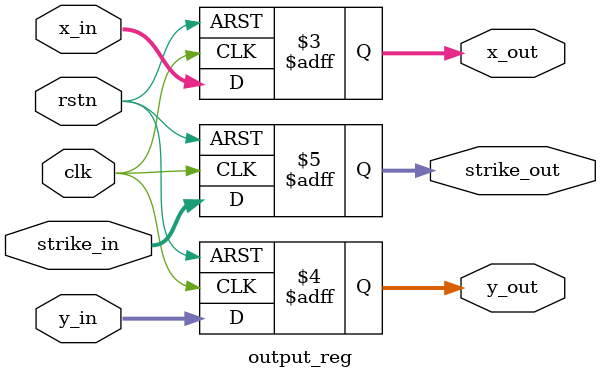
<source format=v>

`timescale 1ns / 100ps

module output_reg (
    // input signals
    input               clk,
    input               rstn,
    input [7 : 0]       x_in,
    input [7 : 0]       y_in,
    input [3 : 0]       strike_in,

    // output signals
    output reg [7 : 0]  x_out,
    output reg [7 : 0]  y_out,
    output reg [3 : 0]  strike_out
);

    always @(posedge clk or negedge rstn) begin
        if(~rstn) begin
            x_out <= 0;
            y_out <= 0;
            strike_out <= 0;
        end
        else begin
            x_out <= x_in;
            y_out <= y_in;
            strike_out <= strike_in;
        end
    end
    
endmodule
</source>
